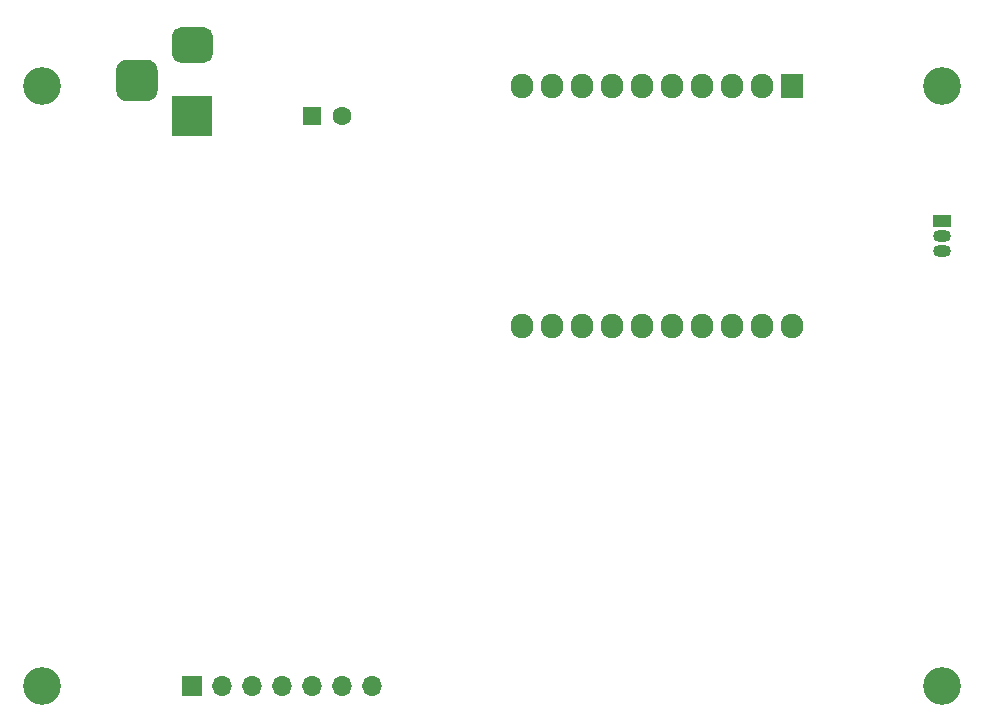
<source format=gbr>
From 751e664a28892fd92694abf3d821d068013e9453 Mon Sep 17 00:00:00 2001
From: Blaise Thompson <blaise@untzag.com>
Date: Mon, 8 Mar 2021 13:21:37 -0600
Subject: initial commit

---
 gerber/weather-B_Mask.gbr | 138 ++++++++++++++++++++++++++++++++++++++++++++++
 1 file changed, 138 insertions(+)
 create mode 100644 gerber/weather-B_Mask.gbr

(limited to 'gerber/weather-B_Mask.gbr')

diff --git a/gerber/weather-B_Mask.gbr b/gerber/weather-B_Mask.gbr
new file mode 100644
index 0000000..72ee933
--- /dev/null
+++ b/gerber/weather-B_Mask.gbr
@@ -0,0 +1,138 @@
+%TF.GenerationSoftware,KiCad,Pcbnew,5.1.8+dfsg1-1+b1*%
+%TF.CreationDate,2020-12-29T15:19:21-06:00*%
+%TF.ProjectId,weather,77656174-6865-4722-9e6b-696361645f70,1.1.0*%
+%TF.SameCoordinates,Original*%
+%TF.FileFunction,Soldermask,Bot*%
+%TF.FilePolarity,Negative*%
+%FSLAX46Y46*%
+G04 Gerber Fmt 4.6, Leading zero omitted, Abs format (unit mm)*
+G04 Created by KiCad (PCBNEW 5.1.8+dfsg1-1+b1) date 2020-12-29 15:19:21*
+%MOMM*%
+%LPD*%
+G01*
+G04 APERTURE LIST*
+%ADD10C,1.600000*%
+%ADD11R,1.600000X1.600000*%
+%ADD12R,1.500000X1.050000*%
+%ADD13O,1.500000X1.050000*%
+%ADD14O,1.700000X1.700000*%
+%ADD15R,1.700000X1.700000*%
+%ADD16R,3.500000X3.500000*%
+%ADD17O,1.900000X2.100000*%
+%ADD18R,1.900000X2.100000*%
+%ADD19C,3.200000*%
+G04 APERTURE END LIST*
+D10*
+%TO.C,C1*%
+X76160000Y-53340000D03*
+D11*
+X73660000Y-53340000D03*
+%TD*%
+D12*
+%TO.C,Q1*%
+X127000000Y-62230000D03*
+D13*
+X127000000Y-64770000D03*
+X127000000Y-63500000D03*
+%TD*%
+D14*
+%TO.C,U1*%
+X78740000Y-101600000D03*
+X76200000Y-101600000D03*
+X73660000Y-101600000D03*
+X71120000Y-101600000D03*
+X68580000Y-101600000D03*
+X66040000Y-101600000D03*
+D15*
+X63500000Y-101600000D03*
+%TD*%
+%TO.C,J1*%
+G36*
+G01*
+X57925000Y-48590000D02*
+X59675000Y-48590000D01*
+G75*
+G02*
+X60550000Y-49465000I0J-875000D01*
+G01*
+X60550000Y-51215000D01*
+G75*
+G02*
+X59675000Y-52090000I-875000J0D01*
+G01*
+X57925000Y-52090000D01*
+G75*
+G02*
+X57050000Y-51215000I0J875000D01*
+G01*
+X57050000Y-49465000D01*
+G75*
+G02*
+X57925000Y-48590000I875000J0D01*
+G01*
+G37*
+G36*
+G01*
+X62500000Y-45840000D02*
+X64500000Y-45840000D01*
+G75*
+G02*
+X65250000Y-46590000I0J-750000D01*
+G01*
+X65250000Y-48090000D01*
+G75*
+G02*
+X64500000Y-48840000I-750000J0D01*
+G01*
+X62500000Y-48840000D01*
+G75*
+G02*
+X61750000Y-48090000I0J750000D01*
+G01*
+X61750000Y-46590000D01*
+G75*
+G02*
+X62500000Y-45840000I750000J0D01*
+G01*
+G37*
+D16*
+X63500000Y-53340000D03*
+%TD*%
+D17*
+%TO.C,A1*%
+X91440000Y-71120000D03*
+X91440000Y-50800000D03*
+X93980000Y-71120000D03*
+X93980000Y-50800000D03*
+X96520000Y-71120000D03*
+X96520000Y-50800000D03*
+X99060000Y-71120000D03*
+X99060000Y-50800000D03*
+X101600000Y-71120000D03*
+X101600000Y-50800000D03*
+X104140000Y-71120000D03*
+X104140000Y-50800000D03*
+X106680000Y-71120000D03*
+X106680000Y-50800000D03*
+X109220000Y-71120000D03*
+X109220000Y-50800000D03*
+X111760000Y-71120000D03*
+X111760000Y-50800000D03*
+X114300000Y-71120000D03*
+D18*
+X114300000Y-50800000D03*
+%TD*%
+D19*
+%TO.C,REF\u002A\u002A*%
+X127000000Y-50800000D03*
+%TD*%
+%TO.C,REF\u002A\u002A*%
+X127000000Y-101600000D03*
+%TD*%
+%TO.C,REF\u002A\u002A*%
+X50800000Y-101600000D03*
+%TD*%
+%TO.C,REF\u002A\u002A*%
+X50800000Y-50800000D03*
+%TD*%
+M02*
-- 
cgit v1.2.3


</source>
